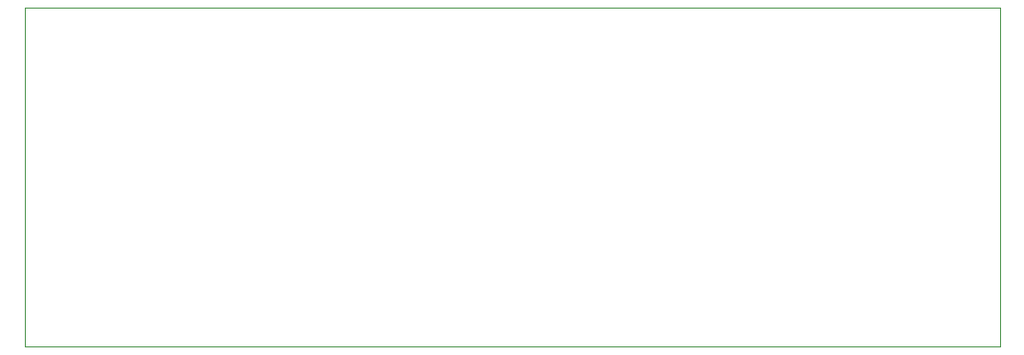
<source format=gm1>
G04 #@! TF.GenerationSoftware,KiCad,Pcbnew,8.0.2-8.0.2-0~ubuntu22.04.1*
G04 #@! TF.CreationDate,2024-06-08T14:45:23+02:00*
G04 #@! TF.ProjectId,schematic,73636865-6d61-4746-9963-2e6b69636164,rev?*
G04 #@! TF.SameCoordinates,Original*
G04 #@! TF.FileFunction,Profile,NP*
%FSLAX46Y46*%
G04 Gerber Fmt 4.6, Leading zero omitted, Abs format (unit mm)*
G04 Created by KiCad (PCBNEW 8.0.2-8.0.2-0~ubuntu22.04.1) date 2024-06-08 14:45:23*
%MOMM*%
%LPD*%
G01*
G04 APERTURE LIST*
G04 #@! TA.AperFunction,Profile*
%ADD10C,0.050000*%
G04 #@! TD*
G04 APERTURE END LIST*
D10*
X55118000Y-90424000D02*
X141478000Y-90424000D01*
X141478000Y-120424000D01*
X55118000Y-120424000D01*
X55118000Y-90424000D01*
M02*

</source>
